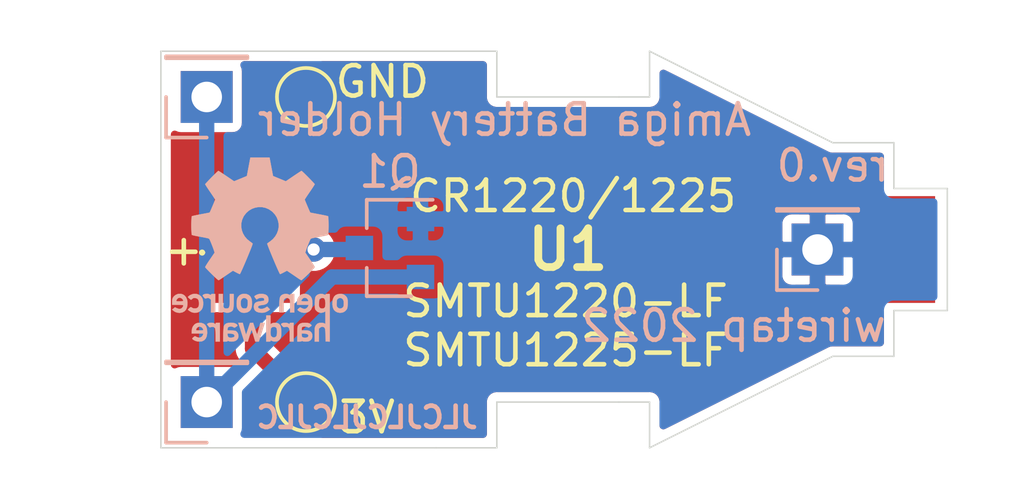
<source format=kicad_pcb>
(kicad_pcb (version 20171130) (host pcbnew "(5.1.6)-1")

  (general
    (thickness 1.6)
    (drawings 29)
    (tracks 10)
    (zones 0)
    (modules 8)
    (nets 4)
  )

  (page A4)
  (layers
    (0 F.Cu signal)
    (31 B.Cu signal)
    (32 B.Adhes user)
    (33 F.Adhes user)
    (34 B.Paste user)
    (35 F.Paste user)
    (36 B.SilkS user)
    (37 F.SilkS user)
    (38 B.Mask user)
    (39 F.Mask user)
    (40 Dwgs.User user)
    (41 Cmts.User user)
    (42 Eco1.User user)
    (43 Eco2.User user)
    (44 Edge.Cuts user)
    (45 Margin user)
    (46 B.CrtYd user)
    (47 F.CrtYd user)
    (48 B.Fab user)
    (49 F.Fab user)
  )

  (setup
    (last_trace_width 0.25)
    (user_trace_width 0.5)
    (trace_clearance 0.2)
    (zone_clearance 0.508)
    (zone_45_only no)
    (trace_min 0.2)
    (via_size 0.8)
    (via_drill 0.4)
    (via_min_size 0.4)
    (via_min_drill 0.3)
    (uvia_size 0.3)
    (uvia_drill 0.1)
    (uvias_allowed no)
    (uvia_min_size 0.2)
    (uvia_min_drill 0.1)
    (edge_width 0.05)
    (segment_width 0.2)
    (pcb_text_width 0.3)
    (pcb_text_size 1.5 1.5)
    (mod_edge_width 0.12)
    (mod_text_size 1 1)
    (mod_text_width 0.15)
    (pad_size 1.524 1.524)
    (pad_drill 0.762)
    (pad_to_mask_clearance 0.05)
    (aux_axis_origin 0 0)
    (visible_elements 7FFFFFFF)
    (pcbplotparams
      (layerselection 0x010fc_ffffffff)
      (usegerberextensions false)
      (usegerberattributes true)
      (usegerberadvancedattributes true)
      (creategerberjobfile true)
      (excludeedgelayer true)
      (linewidth 0.100000)
      (plotframeref false)
      (viasonmask false)
      (mode 1)
      (useauxorigin false)
      (hpglpennumber 1)
      (hpglpenspeed 20)
      (hpglpendiameter 15.000000)
      (psnegative false)
      (psa4output false)
      (plotreference true)
      (plotvalue true)
      (plotinvisibletext false)
      (padsonsilk false)
      (subtractmaskfromsilk false)
      (outputformat 1)
      (mirror false)
      (drillshape 0)
      (scaleselection 1)
      (outputdirectory "//192.168.1.100/Personal/Charlie/~Retro/~PCB's and Kits/Amiga CR1220 Battery/Amiga-CR1220/gerbers/"))
  )

  (net 0 "")
  (net 1 "Net-(J1-Pad1)")
  (net 2 GND)
  (net 3 +3V0)

  (net_class Default "This is the default net class."
    (clearance 0.2)
    (trace_width 0.25)
    (via_dia 0.8)
    (via_drill 0.4)
    (uvia_dia 0.3)
    (uvia_drill 0.1)
    (add_net +3V0)
    (add_net GND)
    (add_net "Net-(J1-Pad1)")
  )

  (module Symbol:OSHW-Logo_5.7x6mm_SilkScreen (layer B.Cu) (tedit 0) (tstamp 632B88E0)
    (at 150.25 117 180)
    (descr "Open Source Hardware Logo")
    (tags "Logo OSHW")
    (attr virtual)
    (fp_text reference REF** (at 0 0) (layer B.SilkS) hide
      (effects (font (size 1 1) (thickness 0.15)) (justify mirror))
    )
    (fp_text value OSHW-Logo_5.7x6mm_SilkScreen (at 0.75 0) (layer B.Fab) hide
      (effects (font (size 1 1) (thickness 0.15)) (justify mirror))
    )
    (fp_poly (pts (xy -1.908759 -1.469184) (xy -1.882247 -1.482282) (xy -1.849553 -1.505106) (xy -1.825725 -1.529996)
      (xy -1.809406 -1.561249) (xy -1.79924 -1.603166) (xy -1.793872 -1.660044) (xy -1.791944 -1.736184)
      (xy -1.791831 -1.768917) (xy -1.792161 -1.840656) (xy -1.793527 -1.891927) (xy -1.7965 -1.927404)
      (xy -1.801649 -1.951763) (xy -1.809543 -1.96968) (xy -1.817757 -1.981902) (xy -1.870187 -2.033905)
      (xy -1.93193 -2.065184) (xy -1.998536 -2.074592) (xy -2.065558 -2.06098) (xy -2.086792 -2.051354)
      (xy -2.137624 -2.024859) (xy -2.137624 -2.440052) (xy -2.100525 -2.420868) (xy -2.051643 -2.406025)
      (xy -1.991561 -2.402222) (xy -1.931564 -2.409243) (xy -1.886256 -2.425013) (xy -1.848675 -2.455047)
      (xy -1.816564 -2.498024) (xy -1.81415 -2.502436) (xy -1.803967 -2.523221) (xy -1.79653 -2.54417)
      (xy -1.791411 -2.569548) (xy -1.788181 -2.603618) (xy -1.786413 -2.650641) (xy -1.785677 -2.714882)
      (xy -1.785544 -2.787176) (xy -1.785544 -3.017822) (xy -1.923861 -3.017822) (xy -1.923861 -2.592533)
      (xy -1.962549 -2.559979) (xy -2.002738 -2.53394) (xy -2.040797 -2.529205) (xy -2.079066 -2.541389)
      (xy -2.099462 -2.55332) (xy -2.114642 -2.570313) (xy -2.125438 -2.595995) (xy -2.132683 -2.633991)
      (xy -2.137208 -2.687926) (xy -2.139844 -2.761425) (xy -2.140772 -2.810347) (xy -2.143911 -3.011535)
      (xy -2.209926 -3.015336) (xy -2.27594 -3.019136) (xy -2.27594 -1.77065) (xy -2.137624 -1.77065)
      (xy -2.134097 -1.840254) (xy -2.122215 -1.888569) (xy -2.10002 -1.918631) (xy -2.065559 -1.933471)
      (xy -2.030742 -1.936436) (xy -1.991329 -1.933028) (xy -1.965171 -1.919617) (xy -1.948814 -1.901896)
      (xy -1.935937 -1.882835) (xy -1.928272 -1.861601) (xy -1.924861 -1.831849) (xy -1.924749 -1.787236)
      (xy -1.925897 -1.74988) (xy -1.928532 -1.693604) (xy -1.932456 -1.656658) (xy -1.939063 -1.633223)
      (xy -1.949749 -1.61748) (xy -1.959833 -1.60838) (xy -2.00197 -1.588537) (xy -2.05184 -1.585332)
      (xy -2.080476 -1.592168) (xy -2.108828 -1.616464) (xy -2.127609 -1.663728) (xy -2.136712 -1.733624)
      (xy -2.137624 -1.77065) (xy -2.27594 -1.77065) (xy -2.27594 -1.458614) (xy -2.206782 -1.458614)
      (xy -2.16526 -1.460256) (xy -2.143838 -1.466087) (xy -2.137626 -1.477461) (xy -2.137624 -1.477798)
      (xy -2.134742 -1.488938) (xy -2.12203 -1.487673) (xy -2.096757 -1.475433) (xy -2.037869 -1.456707)
      (xy -1.971615 -1.454739) (xy -1.908759 -1.469184)) (layer B.SilkS) (width 0.01))
    (fp_poly (pts (xy -1.38421 -2.406555) (xy -1.325055 -2.422339) (xy -1.280023 -2.450948) (xy -1.248246 -2.488419)
      (xy -1.238366 -2.504411) (xy -1.231073 -2.521163) (xy -1.225974 -2.542592) (xy -1.222679 -2.572616)
      (xy -1.220797 -2.615154) (xy -1.219937 -2.674122) (xy -1.219707 -2.75344) (xy -1.219703 -2.774484)
      (xy -1.219703 -3.017822) (xy -1.280059 -3.017822) (xy -1.318557 -3.015126) (xy -1.347023 -3.008295)
      (xy -1.354155 -3.004083) (xy -1.373652 -2.996813) (xy -1.393566 -3.004083) (xy -1.426353 -3.01316)
      (xy -1.473978 -3.016813) (xy -1.526764 -3.015228) (xy -1.575036 -3.008589) (xy -1.603218 -3.000072)
      (xy -1.657753 -2.965063) (xy -1.691835 -2.916479) (xy -1.707157 -2.851882) (xy -1.707299 -2.850223)
      (xy -1.705955 -2.821566) (xy -1.584356 -2.821566) (xy -1.573726 -2.854161) (xy -1.55641 -2.872505)
      (xy -1.521652 -2.886379) (xy -1.475773 -2.891917) (xy -1.428988 -2.889191) (xy -1.391514 -2.878274)
      (xy -1.381015 -2.871269) (xy -1.362668 -2.838904) (xy -1.35802 -2.802111) (xy -1.35802 -2.753763)
      (xy -1.427582 -2.753763) (xy -1.493667 -2.75885) (xy -1.543764 -2.773263) (xy -1.574929 -2.795729)
      (xy -1.584356 -2.821566) (xy -1.705955 -2.821566) (xy -1.703987 -2.779647) (xy -1.68071 -2.723845)
      (xy -1.636948 -2.681647) (xy -1.630899 -2.677808) (xy -1.604907 -2.665309) (xy -1.572735 -2.65774)
      (xy -1.52776 -2.654061) (xy -1.474331 -2.653216) (xy -1.35802 -2.653169) (xy -1.35802 -2.604411)
      (xy -1.362953 -2.566581) (xy -1.375543 -2.541236) (xy -1.377017 -2.539887) (xy -1.405034 -2.5288)
      (xy -1.447326 -2.524503) (xy -1.494064 -2.526615) (xy -1.535418 -2.534756) (xy -1.559957 -2.546965)
      (xy -1.573253 -2.556746) (xy -1.587294 -2.558613) (xy -1.606671 -2.5506) (xy -1.635976 -2.530739)
      (xy -1.679803 -2.497063) (xy -1.683825 -2.493909) (xy -1.681764 -2.482236) (xy -1.664568 -2.462822)
      (xy -1.638433 -2.441248) (xy -1.609552 -2.423096) (xy -1.600478 -2.418809) (xy -1.56738 -2.410256)
      (xy -1.51888 -2.404155) (xy -1.464695 -2.401708) (xy -1.462161 -2.401703) (xy -1.38421 -2.406555)) (layer B.SilkS) (width 0.01))
    (fp_poly (pts (xy -0.993356 -2.40302) (xy -0.974539 -2.40866) (xy -0.968473 -2.421053) (xy -0.968218 -2.426647)
      (xy -0.967129 -2.44223) (xy -0.959632 -2.444676) (xy -0.939381 -2.433993) (xy -0.927351 -2.426694)
      (xy -0.8894 -2.411063) (xy -0.844072 -2.403334) (xy -0.796544 -2.40274) (xy -0.751995 -2.408513)
      (xy -0.715602 -2.419884) (xy -0.692543 -2.436088) (xy -0.687996 -2.456355) (xy -0.690291 -2.461843)
      (xy -0.70702 -2.484626) (xy -0.732963 -2.512647) (xy -0.737655 -2.517177) (xy -0.762383 -2.538005)
      (xy -0.783718 -2.544735) (xy -0.813555 -2.540038) (xy -0.825508 -2.536917) (xy -0.862705 -2.529421)
      (xy -0.888859 -2.532792) (xy -0.910946 -2.544681) (xy -0.931178 -2.560635) (xy -0.946079 -2.5807)
      (xy -0.956434 -2.608702) (xy -0.963029 -2.648467) (xy -0.966649 -2.703823) (xy -0.968078 -2.778594)
      (xy -0.968218 -2.82374) (xy -0.968218 -3.017822) (xy -1.09396 -3.017822) (xy -1.09396 -2.401683)
      (xy -1.031089 -2.401683) (xy -0.993356 -2.40302)) (layer B.SilkS) (width 0.01))
    (fp_poly (pts (xy -0.201188 -3.017822) (xy -0.270346 -3.017822) (xy -0.310488 -3.016645) (xy -0.331394 -3.011772)
      (xy -0.338922 -3.001186) (xy -0.339505 -2.994029) (xy -0.340774 -2.979676) (xy -0.348779 -2.976923)
      (xy -0.369815 -2.985771) (xy -0.386173 -2.994029) (xy -0.448977 -3.013597) (xy -0.517248 -3.014729)
      (xy -0.572752 -3.000135) (xy -0.624438 -2.964877) (xy -0.663838 -2.912835) (xy -0.685413 -2.85145)
      (xy -0.685962 -2.848018) (xy -0.689167 -2.810571) (xy -0.690761 -2.756813) (xy -0.690633 -2.716155)
      (xy -0.553279 -2.716155) (xy -0.550097 -2.770194) (xy -0.542859 -2.814735) (xy -0.53306 -2.839888)
      (xy -0.495989 -2.87426) (xy -0.451974 -2.886582) (xy -0.406584 -2.876618) (xy -0.367797 -2.846895)
      (xy -0.353108 -2.826905) (xy -0.344519 -2.80305) (xy -0.340496 -2.76823) (xy -0.339505 -2.71593)
      (xy -0.341278 -2.664139) (xy -0.345963 -2.618634) (xy -0.352603 -2.588181) (xy -0.35371 -2.585452)
      (xy -0.380491 -2.553) (xy -0.419579 -2.535183) (xy -0.463315 -2.532306) (xy -0.504038 -2.544674)
      (xy -0.534087 -2.572593) (xy -0.537204 -2.578148) (xy -0.546961 -2.612022) (xy -0.552277 -2.660728)
      (xy -0.553279 -2.716155) (xy -0.690633 -2.716155) (xy -0.690568 -2.69554) (xy -0.689664 -2.662563)
      (xy -0.683514 -2.580981) (xy -0.670733 -2.51973) (xy -0.649471 -2.474449) (xy -0.617878 -2.440779)
      (xy -0.587207 -2.421014) (xy -0.544354 -2.40712) (xy -0.491056 -2.402354) (xy -0.43648 -2.406236)
      (xy -0.389792 -2.418282) (xy -0.365124 -2.432693) (xy -0.339505 -2.455878) (xy -0.339505 -2.162773)
      (xy -0.201188 -2.162773) (xy -0.201188 -3.017822)) (layer B.SilkS) (width 0.01))
    (fp_poly (pts (xy 0.281524 -2.404237) (xy 0.331255 -2.407971) (xy 0.461291 -2.797773) (xy 0.481678 -2.728614)
      (xy 0.493946 -2.685874) (xy 0.510085 -2.628115) (xy 0.527512 -2.564625) (xy 0.536726 -2.53057)
      (xy 0.571388 -2.401683) (xy 0.714391 -2.401683) (xy 0.671646 -2.536857) (xy 0.650596 -2.603342)
      (xy 0.625167 -2.683539) (xy 0.59861 -2.767193) (xy 0.574902 -2.841782) (xy 0.520902 -3.011535)
      (xy 0.462598 -3.015328) (xy 0.404295 -3.019122) (xy 0.372679 -2.914734) (xy 0.353182 -2.849889)
      (xy 0.331904 -2.7784) (xy 0.313308 -2.715263) (xy 0.312574 -2.71275) (xy 0.298684 -2.669969)
      (xy 0.286429 -2.640779) (xy 0.277846 -2.629741) (xy 0.276082 -2.631018) (xy 0.269891 -2.64813)
      (xy 0.258128 -2.684787) (xy 0.242225 -2.736378) (xy 0.223614 -2.798294) (xy 0.213543 -2.832352)
      (xy 0.159007 -3.017822) (xy 0.043264 -3.017822) (xy -0.049263 -2.725471) (xy -0.075256 -2.643462)
      (xy -0.098934 -2.568987) (xy -0.11918 -2.505544) (xy -0.134874 -2.456632) (xy -0.144898 -2.425749)
      (xy -0.147945 -2.416726) (xy -0.145533 -2.407487) (xy -0.126592 -2.403441) (xy -0.087177 -2.403846)
      (xy -0.081007 -2.404152) (xy -0.007914 -2.407971) (xy 0.039957 -2.58401) (xy 0.057553 -2.648211)
      (xy 0.073277 -2.704649) (xy 0.085746 -2.748422) (xy 0.093574 -2.77463) (xy 0.09502 -2.778903)
      (xy 0.101014 -2.77399) (xy 0.113101 -2.748532) (xy 0.129893 -2.705997) (xy 0.150003 -2.64985)
      (xy 0.167003 -2.59913) (xy 0.231794 -2.400504) (xy 0.281524 -2.404237)) (layer B.SilkS) (width 0.01))
    (fp_poly (pts (xy 1.038411 -2.405417) (xy 1.091411 -2.41829) (xy 1.106731 -2.42511) (xy 1.136428 -2.442974)
      (xy 1.15922 -2.463093) (xy 1.176083 -2.488962) (xy 1.187998 -2.524073) (xy 1.195942 -2.57192)
      (xy 1.200894 -2.635996) (xy 1.203831 -2.719794) (xy 1.204947 -2.775768) (xy 1.209052 -3.017822)
      (xy 1.138932 -3.017822) (xy 1.096393 -3.016038) (xy 1.074476 -3.009942) (xy 1.068812 -2.999706)
      (xy 1.065821 -2.988637) (xy 1.052451 -2.990754) (xy 1.034233 -2.999629) (xy 0.988624 -3.013233)
      (xy 0.930007 -3.016899) (xy 0.868354 -3.010903) (xy 0.813638 -2.995521) (xy 0.80873 -2.993386)
      (xy 0.758723 -2.958255) (xy 0.725756 -2.909419) (xy 0.710587 -2.852333) (xy 0.711746 -2.831824)
      (xy 0.835508 -2.831824) (xy 0.846413 -2.859425) (xy 0.878745 -2.879204) (xy 0.93091 -2.889819)
      (xy 0.958787 -2.891228) (xy 1.005247 -2.88762) (xy 1.036129 -2.873597) (xy 1.043664 -2.866931)
      (xy 1.064076 -2.830666) (xy 1.068812 -2.797773) (xy 1.068812 -2.753763) (xy 1.007513 -2.753763)
      (xy 0.936256 -2.757395) (xy 0.886276 -2.768818) (xy 0.854696 -2.788824) (xy 0.847626 -2.797743)
      (xy 0.835508 -2.831824) (xy 0.711746 -2.831824) (xy 0.713971 -2.792456) (xy 0.736663 -2.735244)
      (xy 0.767624 -2.69658) (xy 0.786376 -2.679864) (xy 0.804733 -2.668878) (xy 0.828619 -2.66218)
      (xy 0.863957 -2.658326) (xy 0.916669 -2.655873) (xy 0.937577 -2.655168) (xy 1.068812 -2.650879)
      (xy 1.06862 -2.611158) (xy 1.063537 -2.569405) (xy 1.045162 -2.544158) (xy 1.008039 -2.52803)
      (xy 1.007043 -2.527742) (xy 0.95441 -2.5214) (xy 0.902906 -2.529684) (xy 0.86463 -2.549827)
      (xy 0.849272 -2.559773) (xy 0.83273 -2.558397) (xy 0.807275 -2.543987) (xy 0.792328 -2.533817)
      (xy 0.763091 -2.512088) (xy 0.74498 -2.4958) (xy 0.742074 -2.491137) (xy 0.75404 -2.467005)
      (xy 0.789396 -2.438185) (xy 0.804753 -2.428461) (xy 0.848901 -2.411714) (xy 0.908398 -2.402227)
      (xy 0.974487 -2.400095) (xy 1.038411 -2.405417)) (layer B.SilkS) (width 0.01))
    (fp_poly (pts (xy 1.635255 -2.401486) (xy 1.683595 -2.411015) (xy 1.711114 -2.425125) (xy 1.740064 -2.448568)
      (xy 1.698876 -2.500571) (xy 1.673482 -2.532064) (xy 1.656238 -2.547428) (xy 1.639102 -2.549776)
      (xy 1.614027 -2.542217) (xy 1.602257 -2.537941) (xy 1.55427 -2.531631) (xy 1.510324 -2.545156)
      (xy 1.47806 -2.57571) (xy 1.472819 -2.585452) (xy 1.467112 -2.611258) (xy 1.462706 -2.658817)
      (xy 1.459811 -2.724758) (xy 1.458631 -2.80571) (xy 1.458614 -2.817226) (xy 1.458614 -3.017822)
      (xy 1.320297 -3.017822) (xy 1.320297 -2.401683) (xy 1.389456 -2.401683) (xy 1.429333 -2.402725)
      (xy 1.450107 -2.407358) (xy 1.457789 -2.417849) (xy 1.458614 -2.427745) (xy 1.458614 -2.453806)
      (xy 1.491745 -2.427745) (xy 1.529735 -2.409965) (xy 1.58077 -2.401174) (xy 1.635255 -2.401486)) (layer B.SilkS) (width 0.01))
    (fp_poly (pts (xy 2.032581 -2.40497) (xy 2.092685 -2.420597) (xy 2.143021 -2.452848) (xy 2.167393 -2.47694)
      (xy 2.207345 -2.533895) (xy 2.230242 -2.599965) (xy 2.238108 -2.681182) (xy 2.238148 -2.687748)
      (xy 2.238218 -2.753763) (xy 1.858264 -2.753763) (xy 1.866363 -2.788342) (xy 1.880987 -2.819659)
      (xy 1.906581 -2.852291) (xy 1.911935 -2.8575) (xy 1.957943 -2.885694) (xy 2.01041 -2.890475)
      (xy 2.070803 -2.871926) (xy 2.08104 -2.866931) (xy 2.112439 -2.851745) (xy 2.13347 -2.843094)
      (xy 2.137139 -2.842293) (xy 2.149948 -2.850063) (xy 2.174378 -2.869072) (xy 2.186779 -2.87946)
      (xy 2.212476 -2.903321) (xy 2.220915 -2.919077) (xy 2.215058 -2.933571) (xy 2.211928 -2.937534)
      (xy 2.190725 -2.954879) (xy 2.155738 -2.975959) (xy 2.131337 -2.988265) (xy 2.062072 -3.009946)
      (xy 1.985388 -3.016971) (xy 1.912765 -3.008647) (xy 1.892426 -3.002686) (xy 1.829476 -2.968952)
      (xy 1.782815 -2.917045) (xy 1.752173 -2.846459) (xy 1.737282 -2.756692) (xy 1.735647 -2.709753)
      (xy 1.740421 -2.641413) (xy 1.86099 -2.641413) (xy 1.872652 -2.646465) (xy 1.903998 -2.650429)
      (xy 1.949571 -2.652768) (xy 1.980446 -2.653169) (xy 2.035981 -2.652783) (xy 2.071033 -2.650975)
      (xy 2.090262 -2.646773) (xy 2.09833 -2.639203) (xy 2.099901 -2.628218) (xy 2.089121 -2.594381)
      (xy 2.06198 -2.56094) (xy 2.026277 -2.535272) (xy 1.99056 -2.524772) (xy 1.942048 -2.534086)
      (xy 1.900053 -2.561013) (xy 1.870936 -2.599827) (xy 1.86099 -2.641413) (xy 1.740421 -2.641413)
      (xy 1.742599 -2.610236) (xy 1.764055 -2.530949) (xy 1.80047 -2.471263) (xy 1.852297 -2.430549)
      (xy 1.91999 -2.408179) (xy 1.956662 -2.403871) (xy 2.032581 -2.40497)) (layer B.SilkS) (width 0.01))
    (fp_poly (pts (xy -2.538261 -1.465148) (xy -2.472479 -1.494231) (xy -2.42254 -1.542793) (xy -2.388374 -1.610908)
      (xy -2.369907 -1.698651) (xy -2.368583 -1.712351) (xy -2.367546 -1.808939) (xy -2.380993 -1.893602)
      (xy -2.408108 -1.962221) (xy -2.422627 -1.984294) (xy -2.473201 -2.031011) (xy -2.537609 -2.061268)
      (xy -2.609666 -2.073824) (xy -2.683185 -2.067439) (xy -2.739072 -2.047772) (xy -2.787132 -2.014629)
      (xy -2.826412 -1.971175) (xy -2.827092 -1.970158) (xy -2.843044 -1.943338) (xy -2.85341 -1.916368)
      (xy -2.859688 -1.882332) (xy -2.863373 -1.83431) (xy -2.864997 -1.794931) (xy -2.865672 -1.759219)
      (xy -2.739955 -1.759219) (xy -2.738726 -1.79477) (xy -2.734266 -1.842094) (xy -2.726397 -1.872465)
      (xy -2.712207 -1.894072) (xy -2.698917 -1.906694) (xy -2.651802 -1.933122) (xy -2.602505 -1.936653)
      (xy -2.556593 -1.917639) (xy -2.533638 -1.896331) (xy -2.517096 -1.874859) (xy -2.507421 -1.854313)
      (xy -2.503174 -1.827574) (xy -2.50292 -1.787523) (xy -2.504228 -1.750638) (xy -2.507043 -1.697947)
      (xy -2.511505 -1.663772) (xy -2.519548 -1.64148) (xy -2.533103 -1.624442) (xy -2.543845 -1.614703)
      (xy -2.588777 -1.589123) (xy -2.637249 -1.587847) (xy -2.677894 -1.602999) (xy -2.712567 -1.634642)
      (xy -2.733224 -1.68662) (xy -2.739955 -1.759219) (xy -2.865672 -1.759219) (xy -2.866479 -1.716621)
      (xy -2.863948 -1.658056) (xy -2.856362 -1.614007) (xy -2.842681 -1.579248) (xy -2.821865 -1.548551)
      (xy -2.814147 -1.539436) (xy -2.765889 -1.494021) (xy -2.714128 -1.467493) (xy -2.650828 -1.456379)
      (xy -2.619961 -1.455471) (xy -2.538261 -1.465148)) (layer B.SilkS) (width 0.01))
    (fp_poly (pts (xy -1.356699 -1.472614) (xy -1.344168 -1.478514) (xy -1.300799 -1.510283) (xy -1.25979 -1.556646)
      (xy -1.229168 -1.607696) (xy -1.220459 -1.631166) (xy -1.212512 -1.673091) (xy -1.207774 -1.723757)
      (xy -1.207199 -1.744679) (xy -1.207129 -1.810693) (xy -1.587083 -1.810693) (xy -1.578983 -1.845273)
      (xy -1.559104 -1.88617) (xy -1.524347 -1.921514) (xy -1.482998 -1.944282) (xy -1.456649 -1.94901)
      (xy -1.420916 -1.943273) (xy -1.378282 -1.928882) (xy -1.363799 -1.922262) (xy -1.31024 -1.895513)
      (xy -1.264533 -1.930376) (xy -1.238158 -1.953955) (xy -1.224124 -1.973417) (xy -1.223414 -1.979129)
      (xy -1.235951 -1.992973) (xy -1.263428 -2.014012) (xy -1.288366 -2.030425) (xy -1.355664 -2.05993)
      (xy -1.43111 -2.073284) (xy -1.505888 -2.069812) (xy -1.565495 -2.051663) (xy -1.626941 -2.012784)
      (xy -1.670608 -1.961595) (xy -1.697926 -1.895367) (xy -1.710322 -1.811371) (xy -1.711421 -1.772936)
      (xy -1.707022 -1.684861) (xy -1.706482 -1.682299) (xy -1.580582 -1.682299) (xy -1.577115 -1.690558)
      (xy -1.562863 -1.695113) (xy -1.53347 -1.697065) (xy -1.484575 -1.697517) (xy -1.465748 -1.697525)
      (xy -1.408467 -1.696843) (xy -1.372141 -1.694364) (xy -1.352604 -1.689443) (xy -1.34569 -1.681434)
      (xy -1.345445 -1.678862) (xy -1.353336 -1.658423) (xy -1.373085 -1.629789) (xy -1.381575 -1.619763)
      (xy -1.413094 -1.591408) (xy -1.445949 -1.580259) (xy -1.463651 -1.579327) (xy -1.511539 -1.590981)
      (xy -1.551699 -1.622285) (xy -1.577173 -1.667752) (xy -1.577625 -1.669233) (xy -1.580582 -1.682299)
      (xy -1.706482 -1.682299) (xy -1.692392 -1.61551) (xy -1.666038 -1.560025) (xy -1.633807 -1.520639)
      (xy -1.574217 -1.477931) (xy -1.504168 -1.455109) (xy -1.429661 -1.453046) (xy -1.356699 -1.472614)) (layer B.SilkS) (width 0.01))
    (fp_poly (pts (xy 0.014017 -1.456452) (xy 0.061634 -1.465482) (xy 0.111034 -1.48437) (xy 0.116312 -1.486777)
      (xy 0.153774 -1.506476) (xy 0.179717 -1.524781) (xy 0.188103 -1.536508) (xy 0.180117 -1.555632)
      (xy 0.16072 -1.58385) (xy 0.15211 -1.594384) (xy 0.116628 -1.635847) (xy 0.070885 -1.608858)
      (xy 0.02735 -1.590878) (xy -0.02295 -1.581267) (xy -0.071188 -1.58066) (xy -0.108533 -1.589691)
      (xy -0.117495 -1.595327) (xy -0.134563 -1.621171) (xy -0.136637 -1.650941) (xy -0.123866 -1.674197)
      (xy -0.116312 -1.678708) (xy -0.093675 -1.684309) (xy -0.053885 -1.690892) (xy -0.004834 -1.697183)
      (xy 0.004215 -1.69817) (xy 0.082996 -1.711798) (xy 0.140136 -1.734946) (xy 0.17803 -1.769752)
      (xy 0.199079 -1.818354) (xy 0.205635 -1.877718) (xy 0.196577 -1.945198) (xy 0.167164 -1.998188)
      (xy 0.117278 -2.036783) (xy 0.0468 -2.061081) (xy -0.031435 -2.070667) (xy -0.095234 -2.070552)
      (xy -0.146984 -2.061845) (xy -0.182327 -2.049825) (xy -0.226983 -2.02888) (xy -0.268253 -2.004574)
      (xy -0.282921 -1.993876) (xy -0.320643 -1.963084) (xy -0.275148 -1.917049) (xy -0.229653 -1.871013)
      (xy -0.177928 -1.905243) (xy -0.126048 -1.930952) (xy -0.070649 -1.944399) (xy -0.017395 -1.945818)
      (xy 0.028049 -1.935443) (xy 0.060016 -1.913507) (xy 0.070338 -1.894998) (xy 0.068789 -1.865314)
      (xy 0.04314 -1.842615) (xy -0.00654 -1.82694) (xy -0.060969 -1.819695) (xy -0.144736 -1.805873)
      (xy -0.206967 -1.779796) (xy -0.248493 -1.740699) (xy -0.270147 -1.68782) (xy -0.273147 -1.625126)
      (xy -0.258329 -1.559642) (xy -0.224546 -1.510144) (xy -0.171495 -1.476408) (xy -0.098874 -1.458207)
      (xy -0.045072 -1.454639) (xy 0.014017 -1.456452)) (layer B.SilkS) (width 0.01))
    (fp_poly (pts (xy 0.610762 -1.466055) (xy 0.674363 -1.500692) (xy 0.724123 -1.555372) (xy 0.747568 -1.599842)
      (xy 0.757634 -1.639121) (xy 0.764156 -1.695116) (xy 0.766951 -1.759621) (xy 0.765836 -1.824429)
      (xy 0.760626 -1.881334) (xy 0.754541 -1.911727) (xy 0.734014 -1.953306) (xy 0.698463 -1.997468)
      (xy 0.655619 -2.036087) (xy 0.613211 -2.061034) (xy 0.612177 -2.06143) (xy 0.559553 -2.072331)
      (xy 0.497188 -2.072601) (xy 0.437924 -2.062676) (xy 0.41504 -2.054722) (xy 0.356102 -2.0213)
      (xy 0.31389 -1.977511) (xy 0.286156 -1.919538) (xy 0.270651 -1.843565) (xy 0.267143 -1.803771)
      (xy 0.26759 -1.753766) (xy 0.402376 -1.753766) (xy 0.406917 -1.826732) (xy 0.419986 -1.882334)
      (xy 0.440756 -1.917861) (xy 0.455552 -1.92802) (xy 0.493464 -1.935104) (xy 0.538527 -1.933007)
      (xy 0.577487 -1.922812) (xy 0.587704 -1.917204) (xy 0.614659 -1.884538) (xy 0.632451 -1.834545)
      (xy 0.640024 -1.773705) (xy 0.636325 -1.708497) (xy 0.628057 -1.669253) (xy 0.60432 -1.623805)
      (xy 0.566849 -1.595396) (xy 0.52172 -1.585573) (xy 0.475011 -1.595887) (xy 0.439132 -1.621112)
      (xy 0.420277 -1.641925) (xy 0.409272 -1.662439) (xy 0.404026 -1.690203) (xy 0.402449 -1.732762)
      (xy 0.402376 -1.753766) (xy 0.26759 -1.753766) (xy 0.268094 -1.69758) (xy 0.285388 -1.610501)
      (xy 0.319029 -1.54253) (xy 0.369018 -1.493664) (xy 0.435356 -1.463899) (xy 0.449601 -1.460448)
      (xy 0.53521 -1.452345) (xy 0.610762 -1.466055)) (layer B.SilkS) (width 0.01))
    (fp_poly (pts (xy 0.993367 -1.654342) (xy 0.994555 -1.746563) (xy 0.998897 -1.81661) (xy 1.007558 -1.867381)
      (xy 1.021704 -1.901772) (xy 1.0425 -1.922679) (xy 1.07111 -1.933) (xy 1.106535 -1.935636)
      (xy 1.143636 -1.932682) (xy 1.171818 -1.921889) (xy 1.192243 -1.90036) (xy 1.206079 -1.865199)
      (xy 1.214491 -1.81351) (xy 1.218643 -1.742394) (xy 1.219703 -1.654342) (xy 1.219703 -1.458614)
      (xy 1.35802 -1.458614) (xy 1.35802 -2.062179) (xy 1.288862 -2.062179) (xy 1.24717 -2.060489)
      (xy 1.225701 -2.054556) (xy 1.219703 -2.043293) (xy 1.216091 -2.033261) (xy 1.201714 -2.035383)
      (xy 1.172736 -2.04958) (xy 1.106319 -2.07148) (xy 1.035875 -2.069928) (xy 0.968377 -2.046147)
      (xy 0.936233 -2.027362) (xy 0.911715 -2.007022) (xy 0.893804 -1.981573) (xy 0.881479 -1.947458)
      (xy 0.873723 -1.901121) (xy 0.869516 -1.839007) (xy 0.86784 -1.757561) (xy 0.867624 -1.694578)
      (xy 0.867624 -1.458614) (xy 0.993367 -1.458614) (xy 0.993367 -1.654342)) (layer B.SilkS) (width 0.01))
    (fp_poly (pts (xy 2.217226 -1.46388) (xy 2.29008 -1.49483) (xy 2.313027 -1.509895) (xy 2.342354 -1.533048)
      (xy 2.360764 -1.551253) (xy 2.363961 -1.557183) (xy 2.354935 -1.57034) (xy 2.331837 -1.592667)
      (xy 2.313344 -1.60825) (xy 2.262728 -1.648926) (xy 2.22276 -1.615295) (xy 2.191874 -1.593584)
      (xy 2.161759 -1.58609) (xy 2.127292 -1.58792) (xy 2.072561 -1.601528) (xy 2.034886 -1.629772)
      (xy 2.011991 -1.675433) (xy 2.001597 -1.741289) (xy 2.001595 -1.741331) (xy 2.002494 -1.814939)
      (xy 2.016463 -1.868946) (xy 2.044328 -1.905716) (xy 2.063325 -1.918168) (xy 2.113776 -1.933673)
      (xy 2.167663 -1.933683) (xy 2.214546 -1.918638) (xy 2.225644 -1.911287) (xy 2.253476 -1.892511)
      (xy 2.275236 -1.889434) (xy 2.298704 -1.903409) (xy 2.324649 -1.92851) (xy 2.365716 -1.97088)
      (xy 2.320121 -2.008464) (xy 2.249674 -2.050882) (xy 2.170233 -2.071785) (xy 2.087215 -2.070272)
      (xy 2.032694 -2.056411) (xy 1.96897 -2.022135) (xy 1.918005 -1.968212) (xy 1.894851 -1.930149)
      (xy 1.876099 -1.875536) (xy 1.866715 -1.806369) (xy 1.866643 -1.731407) (xy 1.875824 -1.659409)
      (xy 1.894199 -1.599137) (xy 1.897093 -1.592958) (xy 1.939952 -1.532351) (xy 1.997979 -1.488224)
      (xy 2.066591 -1.461493) (xy 2.141201 -1.453073) (xy 2.217226 -1.46388)) (layer B.SilkS) (width 0.01))
    (fp_poly (pts (xy 2.677898 -1.456457) (xy 2.710096 -1.464279) (xy 2.771825 -1.492921) (xy 2.82461 -1.536667)
      (xy 2.861141 -1.589117) (xy 2.86616 -1.600893) (xy 2.873045 -1.63174) (xy 2.877864 -1.677371)
      (xy 2.879505 -1.723492) (xy 2.879505 -1.810693) (xy 2.697178 -1.810693) (xy 2.621979 -1.810978)
      (xy 2.569003 -1.812704) (xy 2.535325 -1.817181) (xy 2.51802 -1.82572) (xy 2.514163 -1.83963)
      (xy 2.520829 -1.860222) (xy 2.53277 -1.884315) (xy 2.56608 -1.924525) (xy 2.612368 -1.944558)
      (xy 2.668944 -1.943905) (xy 2.733031 -1.922101) (xy 2.788417 -1.895193) (xy 2.834375 -1.931532)
      (xy 2.880333 -1.967872) (xy 2.837096 -2.007819) (xy 2.779374 -2.045563) (xy 2.708386 -2.06832)
      (xy 2.632029 -2.074688) (xy 2.558199 -2.063268) (xy 2.546287 -2.059393) (xy 2.481399 -2.025506)
      (xy 2.43313 -1.974986) (xy 2.400465 -1.906325) (xy 2.382385 -1.818014) (xy 2.382175 -1.816121)
      (xy 2.380556 -1.719878) (xy 2.3871 -1.685542) (xy 2.514852 -1.685542) (xy 2.526584 -1.690822)
      (xy 2.558438 -1.694867) (xy 2.605397 -1.697176) (xy 2.635154 -1.697525) (xy 2.690648 -1.697306)
      (xy 2.725346 -1.695916) (xy 2.743601 -1.692251) (xy 2.749766 -1.68521) (xy 2.748195 -1.67369)
      (xy 2.746878 -1.669233) (xy 2.724382 -1.627355) (xy 2.689003 -1.593604) (xy 2.65778 -1.578773)
      (xy 2.616301 -1.579668) (xy 2.574269 -1.598164) (xy 2.539012 -1.628786) (xy 2.517854 -1.666062)
      (xy 2.514852 -1.685542) (xy 2.3871 -1.685542) (xy 2.39669 -1.635229) (xy 2.428698 -1.564191)
      (xy 2.474701 -1.508779) (xy 2.532821 -1.471009) (xy 2.60118 -1.452896) (xy 2.677898 -1.456457)) (layer B.SilkS) (width 0.01))
    (fp_poly (pts (xy -0.754012 -1.469002) (xy -0.722717 -1.48395) (xy -0.692409 -1.505541) (xy -0.669318 -1.530391)
      (xy -0.6525 -1.562087) (xy -0.641006 -1.604214) (xy -0.633891 -1.660358) (xy -0.630207 -1.734106)
      (xy -0.629008 -1.829044) (xy -0.628989 -1.838985) (xy -0.628713 -2.062179) (xy -0.76703 -2.062179)
      (xy -0.76703 -1.856418) (xy -0.767128 -1.780189) (xy -0.767809 -1.724939) (xy -0.769651 -1.686501)
      (xy -0.773233 -1.660706) (xy -0.779132 -1.643384) (xy -0.787927 -1.630368) (xy -0.80018 -1.617507)
      (xy -0.843047 -1.589873) (xy -0.889843 -1.584745) (xy -0.934424 -1.602217) (xy -0.949928 -1.615221)
      (xy -0.96131 -1.627447) (xy -0.969481 -1.64054) (xy -0.974974 -1.658615) (xy -0.97832 -1.685787)
      (xy -0.980051 -1.72617) (xy -0.980697 -1.783879) (xy -0.980792 -1.854132) (xy -0.980792 -2.062179)
      (xy -1.119109 -2.062179) (xy -1.119109 -1.458614) (xy -1.04995 -1.458614) (xy -1.008428 -1.460256)
      (xy -0.987006 -1.466087) (xy -0.980795 -1.477461) (xy -0.980792 -1.477798) (xy -0.97791 -1.488938)
      (xy -0.965199 -1.487674) (xy -0.939926 -1.475434) (xy -0.882605 -1.457424) (xy -0.817037 -1.455421)
      (xy -0.754012 -1.469002)) (layer B.SilkS) (width 0.01))
    (fp_poly (pts (xy 1.79946 -1.45803) (xy 1.842711 -1.471245) (xy 1.870558 -1.487941) (xy 1.879629 -1.501145)
      (xy 1.877132 -1.516797) (xy 1.860931 -1.541385) (xy 1.847232 -1.5588) (xy 1.818992 -1.590283)
      (xy 1.797775 -1.603529) (xy 1.779688 -1.602664) (xy 1.726035 -1.58901) (xy 1.68663 -1.58963)
      (xy 1.654632 -1.605104) (xy 1.64389 -1.614161) (xy 1.609505 -1.646027) (xy 1.609505 -2.062179)
      (xy 1.471188 -2.062179) (xy 1.471188 -1.458614) (xy 1.540347 -1.458614) (xy 1.581869 -1.460256)
      (xy 1.603291 -1.466087) (xy 1.609502 -1.477461) (xy 1.609505 -1.477798) (xy 1.612439 -1.489713)
      (xy 1.625704 -1.488159) (xy 1.644084 -1.479563) (xy 1.682046 -1.463568) (xy 1.712872 -1.453945)
      (xy 1.752536 -1.451478) (xy 1.79946 -1.45803)) (layer B.SilkS) (width 0.01))
    (fp_poly (pts (xy 0.376964 2.709982) (xy 0.433812 2.40843) (xy 0.853338 2.235488) (xy 1.104984 2.406605)
      (xy 1.175458 2.45425) (xy 1.239163 2.49679) (xy 1.293126 2.532285) (xy 1.334373 2.55879)
      (xy 1.359934 2.574364) (xy 1.366895 2.577722) (xy 1.379435 2.569086) (xy 1.406231 2.545208)
      (xy 1.44428 2.509141) (xy 1.490579 2.463933) (xy 1.542123 2.412636) (xy 1.595909 2.358299)
      (xy 1.648935 2.303972) (xy 1.698195 2.252705) (xy 1.740687 2.207549) (xy 1.773407 2.171554)
      (xy 1.793351 2.14777) (xy 1.798119 2.13981) (xy 1.791257 2.125135) (xy 1.77202 2.092986)
      (xy 1.74243 2.046508) (xy 1.70451 1.988844) (xy 1.660282 1.92314) (xy 1.634654 1.885664)
      (xy 1.587941 1.817232) (xy 1.546432 1.75548) (xy 1.51214 1.703481) (xy 1.48708 1.664308)
      (xy 1.473264 1.641035) (xy 1.471188 1.636145) (xy 1.475895 1.622245) (xy 1.488723 1.58985)
      (xy 1.507738 1.543515) (xy 1.531003 1.487794) (xy 1.556584 1.427242) (xy 1.582545 1.366414)
      (xy 1.60695 1.309864) (xy 1.627863 1.262148) (xy 1.643349 1.227819) (xy 1.651472 1.211432)
      (xy 1.651952 1.210788) (xy 1.664707 1.207659) (xy 1.698677 1.200679) (xy 1.75034 1.190533)
      (xy 1.816176 1.177908) (xy 1.892664 1.163491) (xy 1.93729 1.155177) (xy 2.019021 1.139616)
      (xy 2.092843 1.124808) (xy 2.155021 1.111564) (xy 2.201822 1.100695) (xy 2.229509 1.093011)
      (xy 2.235074 1.090573) (xy 2.240526 1.07407) (xy 2.244924 1.0368) (xy 2.248272 0.98312)
      (xy 2.250574 0.917388) (xy 2.251832 0.843963) (xy 2.252048 0.767204) (xy 2.251227 0.691468)
      (xy 2.249371 0.621114) (xy 2.246482 0.5605) (xy 2.242565 0.513984) (xy 2.237622 0.485925)
      (xy 2.234657 0.480084) (xy 2.216934 0.473083) (xy 2.179381 0.463073) (xy 2.126964 0.451231)
      (xy 2.064652 0.438733) (xy 2.0429 0.43469) (xy 1.938024 0.41548) (xy 1.85518 0.400009)
      (xy 1.79163 0.387663) (xy 1.744637 0.377827) (xy 1.711463 0.369886) (xy 1.689371 0.363224)
      (xy 1.675624 0.357227) (xy 1.667484 0.351281) (xy 1.666345 0.350106) (xy 1.654977 0.331174)
      (xy 1.637635 0.294331) (xy 1.61605 0.244087) (xy 1.591954 0.184954) (xy 1.567079 0.121444)
      (xy 1.543157 0.058068) (xy 1.521919 -0.000662) (xy 1.505097 -0.050235) (xy 1.494422 -0.086139)
      (xy 1.491627 -0.103862) (xy 1.49186 -0.104483) (xy 1.501331 -0.11897) (xy 1.522818 -0.150844)
      (xy 1.554063 -0.196789) (xy 1.592807 -0.253485) (xy 1.636793 -0.317617) (xy 1.649319 -0.335842)
      (xy 1.693984 -0.401914) (xy 1.733288 -0.4622) (xy 1.765088 -0.513235) (xy 1.787245 -0.55156)
      (xy 1.797617 -0.573711) (xy 1.798119 -0.576432) (xy 1.789405 -0.590736) (xy 1.765325 -0.619072)
      (xy 1.728976 -0.658396) (xy 1.683453 -0.705661) (xy 1.631852 -0.757823) (xy 1.577267 -0.811835)
      (xy 1.522794 -0.864653) (xy 1.471529 -0.913231) (xy 1.426567 -0.954523) (xy 1.391004 -0.985485)
      (xy 1.367935 -1.00307) (xy 1.361554 -1.005941) (xy 1.346699 -0.999178) (xy 1.316286 -0.980939)
      (xy 1.275268 -0.954297) (xy 1.243709 -0.932852) (xy 1.186525 -0.893503) (xy 1.118806 -0.847171)
      (xy 1.05088 -0.800913) (xy 1.014361 -0.776155) (xy 0.890752 -0.692547) (xy 0.786991 -0.74865)
      (xy 0.73972 -0.773228) (xy 0.699523 -0.792331) (xy 0.672326 -0.803227) (xy 0.665402 -0.804743)
      (xy 0.657077 -0.793549) (xy 0.640654 -0.761917) (xy 0.617357 -0.712765) (xy 0.588414 -0.64901)
      (xy 0.55505 -0.573571) (xy 0.518491 -0.489364) (xy 0.479964 -0.399308) (xy 0.440694 -0.306321)
      (xy 0.401908 -0.21332) (xy 0.36483 -0.123223) (xy 0.330689 -0.038948) (xy 0.300708 0.036587)
      (xy 0.276116 0.100466) (xy 0.258136 0.149769) (xy 0.247997 0.181579) (xy 0.246366 0.192504)
      (xy 0.259291 0.206439) (xy 0.287589 0.22906) (xy 0.325346 0.255667) (xy 0.328515 0.257772)
      (xy 0.4261 0.335886) (xy 0.504786 0.427018) (xy 0.563891 0.528255) (xy 0.602732 0.636682)
      (xy 0.620628 0.749386) (xy 0.616897 0.863452) (xy 0.590857 0.975966) (xy 0.541825 1.084015)
      (xy 0.5274 1.107655) (xy 0.452369 1.203113) (xy 0.36373 1.279768) (xy 0.264549 1.33722)
      (xy 0.157895 1.375071) (xy 0.046836 1.392922) (xy -0.065561 1.390375) (xy -0.176227 1.36703)
      (xy -0.282094 1.32249) (xy -0.380095 1.256355) (xy -0.41041 1.229513) (xy -0.487562 1.145488)
      (xy -0.543782 1.057034) (xy -0.582347 0.957885) (xy -0.603826 0.859697) (xy -0.609128 0.749303)
      (xy -0.591448 0.63836) (xy -0.552581 0.530619) (xy -0.494323 0.429831) (xy -0.418469 0.339744)
      (xy -0.326817 0.264108) (xy -0.314772 0.256136) (xy -0.276611 0.230026) (xy -0.247601 0.207405)
      (xy -0.233732 0.192961) (xy -0.233531 0.192504) (xy -0.236508 0.176879) (xy -0.248311 0.141418)
      (xy -0.267714 0.089038) (xy -0.293488 0.022655) (xy -0.324409 -0.054814) (xy -0.359249 -0.14045)
      (xy -0.396783 -0.231337) (xy -0.435783 -0.324559) (xy -0.475023 -0.417197) (xy -0.513276 -0.506335)
      (xy -0.549317 -0.589055) (xy -0.581917 -0.662441) (xy -0.609852 -0.723575) (xy -0.631895 -0.769541)
      (xy -0.646818 -0.797421) (xy -0.652828 -0.804743) (xy -0.671191 -0.799041) (xy -0.705552 -0.783749)
      (xy -0.749984 -0.761599) (xy -0.774417 -0.74865) (xy -0.878178 -0.692547) (xy -1.001787 -0.776155)
      (xy -1.064886 -0.818987) (xy -1.13397 -0.866122) (xy -1.198707 -0.910503) (xy -1.231134 -0.932852)
      (xy -1.276741 -0.963477) (xy -1.31536 -0.987747) (xy -1.341952 -1.002587) (xy -1.35059 -1.005724)
      (xy -1.363161 -0.997261) (xy -1.390984 -0.973636) (xy -1.431361 -0.937302) (xy -1.481595 -0.890711)
      (xy -1.538988 -0.836317) (xy -1.575286 -0.801392) (xy -1.63879 -0.738996) (xy -1.693673 -0.683188)
      (xy -1.737714 -0.636354) (xy -1.768695 -0.600882) (xy -1.784398 -0.579161) (xy -1.785905 -0.574752)
      (xy -1.778914 -0.557985) (xy -1.759594 -0.524082) (xy -1.730091 -0.476476) (xy -1.692545 -0.418599)
      (xy -1.6491 -0.353884) (xy -1.636745 -0.335842) (xy -1.591727 -0.270267) (xy -1.55134 -0.211228)
      (xy -1.51784 -0.162042) (xy -1.493486 -0.126028) (xy -1.480536 -0.106502) (xy -1.479285 -0.104483)
      (xy -1.481156 -0.088922) (xy -1.491087 -0.054709) (xy -1.507347 -0.006355) (xy -1.528205 0.051629)
      (xy -1.551927 0.11473) (xy -1.576784 0.178437) (xy -1.601042 0.238239) (xy -1.622971 0.289624)
      (xy -1.640838 0.328081) (xy -1.652913 0.349098) (xy -1.653771 0.350106) (xy -1.661154 0.356112)
      (xy -1.673625 0.362052) (xy -1.69392 0.36854) (xy -1.724778 0.376191) (xy -1.768934 0.38562)
      (xy -1.829126 0.397441) (xy -1.908093 0.412271) (xy -2.00857 0.430723) (xy -2.030325 0.43469)
      (xy -2.094802 0.447147) (xy -2.151011 0.459334) (xy -2.193987 0.470074) (xy -2.21876 0.478191)
      (xy -2.222082 0.480084) (xy -2.227556 0.496862) (xy -2.232006 0.534355) (xy -2.235428 0.588206)
      (xy -2.237819 0.654056) (xy -2.239177 0.727547) (xy -2.239499 0.80432) (xy -2.238781 0.880017)
      (xy -2.237021 0.95028) (xy -2.234216 1.01075) (xy -2.230362 1.05707) (xy -2.225457 1.084881)
      (xy -2.2225 1.090573) (xy -2.206037 1.096314) (xy -2.168551 1.105655) (xy -2.113775 1.117785)
      (xy -2.045445 1.131893) (xy -1.967294 1.14717) (xy -1.924716 1.155177) (xy -1.843929 1.170279)
      (xy -1.771887 1.18396) (xy -1.712111 1.195533) (xy -1.668121 1.204313) (xy -1.643439 1.209613)
      (xy -1.639377 1.210788) (xy -1.632511 1.224035) (xy -1.617998 1.255943) (xy -1.597771 1.301953)
      (xy -1.573766 1.357508) (xy -1.547918 1.418047) (xy -1.52216 1.479014) (xy -1.498427 1.535849)
      (xy -1.478654 1.583994) (xy -1.464776 1.61889) (xy -1.458726 1.635979) (xy -1.458614 1.636726)
      (xy -1.465472 1.650207) (xy -1.484698 1.68123) (xy -1.514272 1.726711) (xy -1.552173 1.783568)
      (xy -1.59638 1.848717) (xy -1.622079 1.886138) (xy -1.668907 1.954753) (xy -1.710499 2.017048)
      (xy -1.744825 2.069871) (xy -1.769857 2.110073) (xy -1.783565 2.1345) (xy -1.785544 2.139976)
      (xy -1.777034 2.152722) (xy -1.753507 2.179937) (xy -1.717968 2.218572) (xy -1.673423 2.265577)
      (xy -1.622877 2.317905) (xy -1.569336 2.372505) (xy -1.515805 2.42633) (xy -1.465289 2.47633)
      (xy -1.420794 2.519457) (xy -1.385325 2.552661) (xy -1.361887 2.572894) (xy -1.354046 2.577722)
      (xy -1.34128 2.570933) (xy -1.310744 2.551858) (xy -1.26541 2.522439) (xy -1.208244 2.484619)
      (xy -1.142216 2.440339) (xy -1.09241 2.406605) (xy -0.840764 2.235488) (xy -0.631001 2.321959)
      (xy -0.421237 2.40843) (xy -0.364389 2.709982) (xy -0.30754 3.011534) (xy 0.320115 3.011534)
      (xy 0.376964 2.709982)) (layer B.SilkS) (width 0.01))
  )

  (module SamacSys_Parts:SMTU1225LF (layer F.Cu) (tedit 632B2451) (tstamp 632B8426)
    (at 160.5 117)
    (descr SMTU1225-LF-2)
    (tags "Undefined or Miscellaneous")
    (path /632B0FAE)
    (attr smd)
    (fp_text reference U1 (at -0.175 0) (layer F.SilkS)
      (effects (font (size 1.27 1.27) (thickness 0.254)))
    )
    (fp_text value SMTU1220-LF (at -0.175 0) (layer F.SilkS) hide
      (effects (font (size 1.27 1.27) (thickness 0.254)))
    )
    (fp_line (start -12.2 0.1) (end -12.2 0.1) (layer F.SilkS) (width 0.1))
    (fp_line (start -12.1 0.1) (end -12.1 0.1) (layer F.SilkS) (width 0.1))
    (fp_line (start -13.2 7.35) (end -13.2 -7.35) (layer F.CrtYd) (width 0.1))
    (fp_line (start 12.85 7.35) (end -13.2 7.35) (layer F.CrtYd) (width 0.1))
    (fp_line (start 12.85 -7.35) (end 12.85 7.35) (layer F.CrtYd) (width 0.1))
    (fp_line (start -13.2 -7.35) (end 12.85 -7.35) (layer F.CrtYd) (width 0.1))
    (fp_line (start -10.15 6.35) (end -10.15 -6.35) (layer F.Fab) (width 0.2))
    (fp_line (start 10.15 6.35) (end -10.15 6.35) (layer F.Fab) (width 0.2))
    (fp_line (start 10.15 -6.35) (end 10.15 6.35) (layer F.Fab) (width 0.2))
    (fp_line (start -10.15 -6.35) (end 10.15 -6.35) (layer F.Fab) (width 0.2))
    (fp_text user %R (at -0.175 0) (layer F.Fab)
      (effects (font (size 1.27 1.27) (thickness 0.254)))
    )
    (fp_arc (start -12.15 0.1) (end -12.1 0.1) (angle 180) (layer F.SilkS) (width 0.1))
    (fp_arc (start -12.15 0.1) (end -12.2 0.1) (angle 180) (layer F.SilkS) (width 0.1))
    (pad 1 smd rect (at -10.55 0) (size 2.6 3.5) (layers F.Cu F.Paste F.Mask)
      (net 3 +3V0))
    (pad 2 smd rect (at 10.55 0) (size 2.6 3.5) (layers F.Cu F.Paste F.Mask)
      (net 2 GND))
    (model "C:/Users/wiretap/Downloads/Kicad Library Downloads/SamacSys_Parts.3dshapes/SMTU1220-5-LF.step"
      (at (xyz 0 0 0))
      (scale (xyz 1 1 1))
      (rotate (xyz 0 0 0))
    )
  )

  (module Connector_PinHeader_2.54mm:PinHeader_1x01_P2.54mm_Vertical (layer B.Cu) (tedit 59FED5CC) (tstamp 632B7057)
    (at 148.5 112)
    (descr "Through hole straight pin header, 1x01, 2.54mm pitch, single row")
    (tags "Through hole pin header THT 1x01 2.54mm single row")
    (path /632C056D)
    (fp_text reference J1 (at 0.25 2.33) (layer B.SilkS) hide
      (effects (font (size 1 1) (thickness 0.15)) (justify mirror))
    )
    (fp_text value Conn_01x01_Male (at 0 -2.33) (layer B.Fab)
      (effects (font (size 1 1) (thickness 0.15)) (justify mirror))
    )
    (fp_line (start 1.8 1.8) (end -1.8 1.8) (layer B.CrtYd) (width 0.05))
    (fp_line (start 1.8 -1.8) (end 1.8 1.8) (layer B.CrtYd) (width 0.05))
    (fp_line (start -1.8 -1.8) (end 1.8 -1.8) (layer B.CrtYd) (width 0.05))
    (fp_line (start -1.8 1.8) (end -1.8 -1.8) (layer B.CrtYd) (width 0.05))
    (fp_line (start -1.33 1.33) (end 0 1.33) (layer B.SilkS) (width 0.12))
    (fp_line (start -1.33 0) (end -1.33 1.33) (layer B.SilkS) (width 0.12))
    (fp_line (start -1.33 -1.27) (end 1.33 -1.27) (layer B.SilkS) (width 0.12))
    (fp_line (start 1.33 -1.27) (end 1.33 -1.33) (layer B.SilkS) (width 0.12))
    (fp_line (start -1.33 -1.27) (end -1.33 -1.33) (layer B.SilkS) (width 0.12))
    (fp_line (start -1.33 -1.33) (end 1.33 -1.33) (layer B.SilkS) (width 0.12))
    (fp_line (start -1.27 0.635) (end -0.635 1.27) (layer B.Fab) (width 0.1))
    (fp_line (start -1.27 -1.27) (end -1.27 0.635) (layer B.Fab) (width 0.1))
    (fp_line (start 1.27 -1.27) (end -1.27 -1.27) (layer B.Fab) (width 0.1))
    (fp_line (start 1.27 1.27) (end 1.27 -1.27) (layer B.Fab) (width 0.1))
    (fp_line (start -0.635 1.27) (end 1.27 1.27) (layer B.Fab) (width 0.1))
    (fp_text user %R (at 0 0 -90) (layer B.Fab)
      (effects (font (size 1 1) (thickness 0.15)) (justify mirror))
    )
    (pad 1 thru_hole rect (at 0 0) (size 1.7 1.7) (drill 1) (layers *.Cu *.Mask)
      (net 1 "Net-(J1-Pad1)"))
    (model ${KISYS3DMOD}/Connector_PinHeader_2.54mm.3dshapes/PinHeader_1x01_P2.54mm_Vertical.wrl
      (at (xyz 0 0 0))
      (scale (xyz 1 1 1))
      (rotate (xyz 0 0 0))
    )
  )

  (module Connector_PinHeader_2.54mm:PinHeader_1x01_P2.54mm_Vertical (layer B.Cu) (tedit 59FED5CC) (tstamp 632B706C)
    (at 168.5 117)
    (descr "Through hole straight pin header, 1x01, 2.54mm pitch, single row")
    (tags "Through hole pin header THT 1x01 2.54mm single row")
    (path /632C1B17)
    (fp_text reference J3 (at 0 2.33) (layer B.SilkS) hide
      (effects (font (size 1 1) (thickness 0.15)) (justify mirror))
    )
    (fp_text value Conn_01x01_Male (at 0 -2.33) (layer B.Fab)
      (effects (font (size 1 1) (thickness 0.15)) (justify mirror))
    )
    (fp_line (start -0.635 1.27) (end 1.27 1.27) (layer B.Fab) (width 0.1))
    (fp_line (start 1.27 1.27) (end 1.27 -1.27) (layer B.Fab) (width 0.1))
    (fp_line (start 1.27 -1.27) (end -1.27 -1.27) (layer B.Fab) (width 0.1))
    (fp_line (start -1.27 -1.27) (end -1.27 0.635) (layer B.Fab) (width 0.1))
    (fp_line (start -1.27 0.635) (end -0.635 1.27) (layer B.Fab) (width 0.1))
    (fp_line (start -1.33 -1.33) (end 1.33 -1.33) (layer B.SilkS) (width 0.12))
    (fp_line (start -1.33 -1.27) (end -1.33 -1.33) (layer B.SilkS) (width 0.12))
    (fp_line (start 1.33 -1.27) (end 1.33 -1.33) (layer B.SilkS) (width 0.12))
    (fp_line (start -1.33 -1.27) (end 1.33 -1.27) (layer B.SilkS) (width 0.12))
    (fp_line (start -1.33 0) (end -1.33 1.33) (layer B.SilkS) (width 0.12))
    (fp_line (start -1.33 1.33) (end 0 1.33) (layer B.SilkS) (width 0.12))
    (fp_line (start -1.8 1.8) (end -1.8 -1.8) (layer B.CrtYd) (width 0.05))
    (fp_line (start -1.8 -1.8) (end 1.8 -1.8) (layer B.CrtYd) (width 0.05))
    (fp_line (start 1.8 -1.8) (end 1.8 1.8) (layer B.CrtYd) (width 0.05))
    (fp_line (start 1.8 1.8) (end -1.8 1.8) (layer B.CrtYd) (width 0.05))
    (fp_text user %R (at -0.019001 -0.079999 -90) (layer B.Fab)
      (effects (font (size 1 1) (thickness 0.15)) (justify mirror))
    )
    (pad 1 thru_hole rect (at 0 0) (size 1.7 1.7) (drill 1) (layers *.Cu *.Mask)
      (net 2 GND))
    (model ${KISYS3DMOD}/Connector_PinHeader_2.54mm.3dshapes/PinHeader_1x01_P2.54mm_Vertical.wrl
      (at (xyz 0 0 0))
      (scale (xyz 1 1 1))
      (rotate (xyz 0 0 0))
    )
  )

  (module Package_TO_SOT_SMD:SOT-23 (layer B.Cu) (tedit 5A02FF57) (tstamp 632B7081)
    (at 154.5 116.95 180)
    (descr "SOT-23, Standard")
    (tags SOT-23)
    (path /632B72BD)
    (attr smd)
    (fp_text reference Q1 (at 0 2.5 180) (layer B.SilkS)
      (effects (font (size 1 1) (thickness 0.15)) (justify mirror))
    )
    (fp_text value IRLML6402 (at 0 -2.5 180) (layer B.Fab)
      (effects (font (size 1 1) (thickness 0.15)) (justify mirror))
    )
    (fp_line (start 0.76 -1.58) (end -0.7 -1.58) (layer B.SilkS) (width 0.12))
    (fp_line (start 0.76 1.58) (end -1.4 1.58) (layer B.SilkS) (width 0.12))
    (fp_line (start -1.7 -1.75) (end -1.7 1.75) (layer B.CrtYd) (width 0.05))
    (fp_line (start 1.7 -1.75) (end -1.7 -1.75) (layer B.CrtYd) (width 0.05))
    (fp_line (start 1.7 1.75) (end 1.7 -1.75) (layer B.CrtYd) (width 0.05))
    (fp_line (start -1.7 1.75) (end 1.7 1.75) (layer B.CrtYd) (width 0.05))
    (fp_line (start 0.76 1.58) (end 0.76 0.65) (layer B.SilkS) (width 0.12))
    (fp_line (start 0.76 -1.58) (end 0.76 -0.65) (layer B.SilkS) (width 0.12))
    (fp_line (start -0.7 -1.52) (end 0.7 -1.52) (layer B.Fab) (width 0.1))
    (fp_line (start 0.7 1.52) (end 0.7 -1.52) (layer B.Fab) (width 0.1))
    (fp_line (start -0.7 0.95) (end -0.15 1.52) (layer B.Fab) (width 0.1))
    (fp_line (start -0.15 1.52) (end 0.7 1.52) (layer B.Fab) (width 0.1))
    (fp_line (start -0.7 0.95) (end -0.7 -1.5) (layer B.Fab) (width 0.1))
    (fp_text user %R (at 0 0 90) (layer B.Fab)
      (effects (font (size 0.5 0.5) (thickness 0.075)) (justify mirror))
    )
    (pad 1 smd rect (at -1 0.95 180) (size 0.9 0.8) (layers B.Cu B.Paste B.Mask)
      (net 2 GND))
    (pad 2 smd rect (at -1 -0.95 180) (size 0.9 0.8) (layers B.Cu B.Paste B.Mask)
      (net 1 "Net-(J1-Pad1)"))
    (pad 3 smd rect (at 1 0 180) (size 0.9 0.8) (layers B.Cu B.Paste B.Mask)
      (net 3 +3V0))
    (model ${KISYS3DMOD}/Package_TO_SOT_SMD.3dshapes/SOT-23.wrl
      (at (xyz 0 0 0))
      (scale (xyz 1 1 1))
      (rotate (xyz 0 0 0))
    )
  )

  (module TestPoint:TestPoint_Pad_D1.5mm (layer F.Cu) (tedit 5A0F774F) (tstamp 632B7089)
    (at 151.75 122)
    (descr "SMD pad as test Point, diameter 1.5mm")
    (tags "test point SMD pad")
    (path /632C27EA)
    (attr virtual)
    (fp_text reference 3V (at 2 0.5) (layer F.SilkS)
      (effects (font (size 1 1) (thickness 0.15)))
    )
    (fp_text value TestPoint_3V (at 0 1.75) (layer F.Fab)
      (effects (font (size 1 1) (thickness 0.15)))
    )
    (fp_circle (center 0 0) (end 0 0.95) (layer F.SilkS) (width 0.12))
    (fp_circle (center 0 0) (end 1.25 0) (layer F.CrtYd) (width 0.05))
    (fp_text user %R (at 0 -1.65) (layer F.Fab)
      (effects (font (size 1 1) (thickness 0.15)))
    )
    (pad 1 smd circle (at 0 0) (size 1.5 1.5) (layers F.Cu F.Mask)
      (net 3 +3V0))
  )

  (module TestPoint:TestPoint_Pad_D1.5mm (layer F.Cu) (tedit 5A0F774F) (tstamp 632B7091)
    (at 151.75 112)
    (descr "SMD pad as test Point, diameter 1.5mm")
    (tags "test point SMD pad")
    (path /632C694D)
    (attr virtual)
    (fp_text reference GND (at 2.5 -0.5) (layer F.SilkS)
      (effects (font (size 1 1) (thickness 0.15)))
    )
    (fp_text value TestPoint_GND (at 0 1.75) (layer F.Fab)
      (effects (font (size 1 1) (thickness 0.15)))
    )
    (fp_circle (center 0 0) (end 1.25 0) (layer F.CrtYd) (width 0.05))
    (fp_circle (center 0 0) (end 0 0.95) (layer F.SilkS) (width 0.12))
    (fp_text user %R (at 0 -1.65) (layer F.Fab)
      (effects (font (size 1 1) (thickness 0.15)))
    )
    (pad 1 smd circle (at 0 0) (size 1.5 1.5) (layers F.Cu F.Mask)
      (net 2 GND))
  )

  (module Connector_PinHeader_2.54mm:PinHeader_1x01_P2.54mm_Vertical (layer B.Cu) (tedit 59FED5CC) (tstamp 632B7303)
    (at 148.5 122)
    (descr "Through hole straight pin header, 1x01, 2.54mm pitch, single row")
    (tags "Through hole pin header THT 1x01 2.54mm single row")
    (path /632C7972)
    (fp_text reference J2 (at 0 2.33) (layer B.SilkS) hide
      (effects (font (size 1 1) (thickness 0.15)) (justify mirror))
    )
    (fp_text value Conn_01x01_Male (at 0 -2.33) (layer B.Fab)
      (effects (font (size 1 1) (thickness 0.15)) (justify mirror))
    )
    (fp_line (start 1.8 1.8) (end -1.8 1.8) (layer B.CrtYd) (width 0.05))
    (fp_line (start 1.8 -1.8) (end 1.8 1.8) (layer B.CrtYd) (width 0.05))
    (fp_line (start -1.8 -1.8) (end 1.8 -1.8) (layer B.CrtYd) (width 0.05))
    (fp_line (start -1.8 1.8) (end -1.8 -1.8) (layer B.CrtYd) (width 0.05))
    (fp_line (start -1.33 1.33) (end 0 1.33) (layer B.SilkS) (width 0.12))
    (fp_line (start -1.33 0) (end -1.33 1.33) (layer B.SilkS) (width 0.12))
    (fp_line (start -1.33 -1.27) (end 1.33 -1.27) (layer B.SilkS) (width 0.12))
    (fp_line (start 1.33 -1.27) (end 1.33 -1.33) (layer B.SilkS) (width 0.12))
    (fp_line (start -1.33 -1.27) (end -1.33 -1.33) (layer B.SilkS) (width 0.12))
    (fp_line (start -1.33 -1.33) (end 1.33 -1.33) (layer B.SilkS) (width 0.12))
    (fp_line (start -1.27 0.635) (end -0.635 1.27) (layer B.Fab) (width 0.1))
    (fp_line (start -1.27 -1.27) (end -1.27 0.635) (layer B.Fab) (width 0.1))
    (fp_line (start 1.27 -1.27) (end -1.27 -1.27) (layer B.Fab) (width 0.1))
    (fp_line (start 1.27 1.27) (end 1.27 -1.27) (layer B.Fab) (width 0.1))
    (fp_line (start -0.635 1.27) (end 1.27 1.27) (layer B.Fab) (width 0.1))
    (fp_text user %R (at 0 0 -90) (layer B.Fab)
      (effects (font (size 1 1) (thickness 0.15)) (justify mirror))
    )
    (pad 1 thru_hole rect (at 0 0) (size 1.7 1.7) (drill 1) (layers *.Cu *.Mask)
      (net 1 "Net-(J1-Pad1)"))
    (model ${KISYS3DMOD}/Connector_PinHeader_2.54mm.3dshapes/PinHeader_1x01_P2.54mm_Vertical.wrl
      (at (xyz 0 0 0))
      (scale (xyz 1 1 1))
      (rotate (xyz 0 0 0))
    )
  )

  (gr_text CR1220/1225 (at 160.5 115.25) (layer F.SilkS)
    (effects (font (size 1 1) (thickness 0.15)))
  )
  (gr_text "SMTU1220-LF\nSMTU1225-LF" (at 160.25 119.5) (layer F.SilkS)
    (effects (font (size 1 1) (thickness 0.15)))
  )
  (gr_text rev.0 (at 169 114.25) (layer B.SilkS)
    (effects (font (size 1 1) (thickness 0.15)) (justify mirror))
  )
  (gr_text "wiretap 2022" (at 165.75 119.5) (layer B.SilkS)
    (effects (font (size 1 1) (thickness 0.15)) (justify mirror))
  )
  (gr_text "Amiga Battery Holder" (at 158.25 112.75) (layer B.SilkS)
    (effects (font (size 1 1) (thickness 0.15)) (justify mirror))
  )
  (gr_text JLCJLCJLCJLC (at 153.75 122.5) (layer B.SilkS)
    (effects (font (size 0.7 0.7) (thickness 0.15)) (justify mirror))
  )
  (gr_line (start 163 123.5) (end 169 120.5) (layer Edge.Cuts) (width 0.05) (tstamp 632B85BD))
  (gr_line (start 162 122) (end 163 122) (layer Edge.Cuts) (width 0.05) (tstamp 632B85BC))
  (gr_line (start 163 110.5) (end 169 113.5) (layer Edge.Cuts) (width 0.05) (tstamp 632B85B5))
  (gr_line (start 162 112) (end 163 112) (layer Edge.Cuts) (width 0.05) (tstamp 632B85B4))
  (gr_line (start 163 112) (end 163 110.5) (layer Edge.Cuts) (width 0.05))
  (gr_line (start 158 112) (end 162 112) (layer Edge.Cuts) (width 0.05))
  (gr_line (start 163 122) (end 163 123.5) (layer Edge.Cuts) (width 0.05))
  (gr_line (start 158 122) (end 162 122) (layer Edge.Cuts) (width 0.05))
  (gr_line (start 158 110.5) (end 158 112) (layer Edge.Cuts) (width 0.05))
  (gr_line (start 158 123.5) (end 158 122) (layer Edge.Cuts) (width 0.05))
  (gr_line (start 156 110.5) (end 158 110.5) (layer Edge.Cuts) (width 0.05))
  (gr_line (start 156 123.5) (end 158 123.5) (layer Edge.Cuts) (width 0.05))
  (gr_line (start 171 120.5) (end 169 120.5) (layer Edge.Cuts) (width 0.05))
  (gr_line (start 171 113.5) (end 169 113.5) (layer Edge.Cuts) (width 0.05))
  (gr_line (start 171 119) (end 171 120.5) (layer Edge.Cuts) (width 0.05))
  (gr_line (start 172.75 119) (end 171 119) (layer Edge.Cuts) (width 0.05))
  (gr_line (start 171 115) (end 171 113.5) (layer Edge.Cuts) (width 0.05))
  (gr_line (start 172.75 115) (end 171 115) (layer Edge.Cuts) (width 0.05))
  (gr_text + (at 147.75 117) (layer F.SilkS)
    (effects (font (size 1 1) (thickness 0.15)))
  )
  (gr_line (start 172.75 115) (end 172.75 119) (layer Edge.Cuts) (width 0.05))
  (gr_line (start 147 123.5) (end 156 123.5) (layer Edge.Cuts) (width 0.05))
  (gr_line (start 147 110.5) (end 156 110.5) (layer Edge.Cuts) (width 0.05))
  (gr_line (start 147 123.5) (end 147 110.5) (layer Edge.Cuts) (width 0.05))

  (segment (start 148.5 122) (end 148.5 112) (width 0.5) (layer B.Cu) (net 1))
  (segment (start 152.6 117.9) (end 148.5 122) (width 0.5) (layer B.Cu) (net 1))
  (segment (start 155.5 117.9) (end 152.6 117.9) (width 0.5) (layer B.Cu) (net 1))
  (via (at 152 117) (size 0.8) (drill 0.4) (layers F.Cu B.Cu) (net 3))
  (segment (start 149.95 117) (end 152 117) (width 0.5) (layer F.Cu) (net 3))
  (segment (start 153.45 117) (end 153.5 116.95) (width 0.5) (layer B.Cu) (net 3))
  (segment (start 152 117) (end 153.45 117) (width 0.5) (layer B.Cu) (net 3))
  (segment (start 151.75 122) (end 150 120.25) (width 0.5) (layer F.Cu) (net 3))
  (segment (start 150 117.05) (end 149.95 117) (width 0.5) (layer F.Cu) (net 3))
  (segment (start 150 120.25) (end 150 117.05) (width 0.5) (layer F.Cu) (net 3))

  (zone (net 2) (net_name GND) (layer F.Cu) (tstamp 632B89F7) (hatch edge 0.508)
    (connect_pads (clearance 0.3))
    (min_thickness 0.254)
    (fill yes (arc_segments 32) (thermal_gap 0.3) (thermal_bridge_width 0.508))
    (polygon
      (pts
        (xy 173 123.75) (xy 146.75 123.75) (xy 146.75 110.25) (xy 173 110.25)
      )
    )
    (filled_polygon
      (pts
        (xy 151.161595 110.974064) (xy 151.084313 111.154708) (xy 151.75 111.820395) (xy 152.415687 111.154708) (xy 152.338405 110.974064)
        (xy 152.289335 110.952) (xy 157.548 110.952) (xy 157.548001 111.977785) (xy 157.545813 112) (xy 157.55454 112.088607)
        (xy 157.580386 112.17381) (xy 157.622357 112.252333) (xy 157.678841 112.321159) (xy 157.747667 112.377643) (xy 157.82619 112.419614)
        (xy 157.911393 112.44546) (xy 157.977795 112.452) (xy 158 112.454187) (xy 158.022205 112.452) (xy 162.977795 112.452)
        (xy 163 112.454187) (xy 163.022205 112.452) (xy 163.088607 112.44546) (xy 163.17381 112.419614) (xy 163.252333 112.377643)
        (xy 163.321159 112.321159) (xy 163.377643 112.252333) (xy 163.419614 112.17381) (xy 163.44546 112.088607) (xy 163.454187 112)
        (xy 163.452 111.977795) (xy 163.452 111.231351) (xy 168.792341 113.901521) (xy 168.82619 113.919614) (xy 168.853446 113.927882)
        (xy 168.880036 113.938057) (xy 168.895943 113.940773) (xy 168.911393 113.94546) (xy 168.939739 113.948252) (xy 168.967803 113.953044)
        (xy 169.006136 113.952) (xy 170.548001 113.952) (xy 170.548 114.82248) (xy 169.75 114.820934) (xy 169.666293 114.829178)
        (xy 169.585804 114.853595) (xy 169.511624 114.893245) (xy 169.446605 114.946605) (xy 169.393245 115.011624) (xy 169.353595 115.085804)
        (xy 169.329178 115.166293) (xy 169.320934 115.25) (xy 169.321576 115.721029) (xy 168.73375 115.723) (xy 168.627 115.82975)
        (xy 168.627 116.873) (xy 170.923 116.873) (xy 170.923 116.853) (xy 171.177 116.853) (xy 171.177 116.873)
        (xy 171.197 116.873) (xy 171.197 117.127) (xy 171.177 117.127) (xy 171.177 117.147) (xy 170.923 117.147)
        (xy 170.923 117.127) (xy 168.627 117.127) (xy 168.627 118.17025) (xy 168.73375 118.277) (xy 169.321576 118.278971)
        (xy 169.320934 118.75) (xy 169.329178 118.833707) (xy 169.353595 118.914196) (xy 169.393245 118.988376) (xy 169.446605 119.053395)
        (xy 169.511624 119.106755) (xy 169.585804 119.146405) (xy 169.666293 119.170822) (xy 169.75 119.179066) (xy 170.548 119.17752)
        (xy 170.548001 120.048) (xy 169.006136 120.048) (xy 168.967803 120.046956) (xy 168.939739 120.051748) (xy 168.911393 120.05454)
        (xy 168.895943 120.059227) (xy 168.880036 120.061943) (xy 168.853446 120.072118) (xy 168.82619 120.080386) (xy 168.792341 120.098479)
        (xy 163.452 122.768649) (xy 163.452 122.022205) (xy 163.454187 122) (xy 163.44546 121.911393) (xy 163.419614 121.82619)
        (xy 163.377643 121.747667) (xy 163.321159 121.678841) (xy 163.252333 121.622357) (xy 163.17381 121.580386) (xy 163.088607 121.55454)
        (xy 163.022205 121.548) (xy 163 121.545813) (xy 162.977795 121.548) (xy 158.022205 121.548) (xy 158 121.545813)
        (xy 157.977795 121.548) (xy 157.911393 121.55454) (xy 157.82619 121.580386) (xy 157.747667 121.622357) (xy 157.678841 121.678841)
        (xy 157.622357 121.747667) (xy 157.580386 121.82619) (xy 157.55454 121.911393) (xy 157.545813 122) (xy 157.548001 122.022215)
        (xy 157.548 123.048) (xy 152.295554 123.048) (xy 152.307519 123.043044) (xy 152.500294 122.914236) (xy 152.664236 122.750294)
        (xy 152.793044 122.557519) (xy 152.881769 122.343318) (xy 152.927 122.115924) (xy 152.927 121.884076) (xy 152.881769 121.656682)
        (xy 152.793044 121.442481) (xy 152.664236 121.249706) (xy 152.500294 121.085764) (xy 152.307519 120.956956) (xy 152.093318 120.868231)
        (xy 151.865924 120.823) (xy 151.634076 120.823) (xy 151.54762 120.840197) (xy 150.677 119.969578) (xy 150.677 119.179066)
        (xy 151.25 119.179066) (xy 151.333707 119.170822) (xy 151.414196 119.146405) (xy 151.488376 119.106755) (xy 151.553395 119.053395)
        (xy 151.606755 118.988376) (xy 151.646405 118.914196) (xy 151.670822 118.833707) (xy 151.679066 118.75) (xy 151.679066 117.85)
        (xy 167.220934 117.85) (xy 167.229178 117.933707) (xy 167.253595 118.014196) (xy 167.293245 118.088376) (xy 167.346605 118.153395)
        (xy 167.411624 118.206755) (xy 167.485804 118.246405) (xy 167.566293 118.270822) (xy 167.65 118.279066) (xy 168.26625 118.277)
        (xy 168.373 118.17025) (xy 168.373 117.127) (xy 167.32975 117.127) (xy 167.223 117.23375) (xy 167.220934 117.85)
        (xy 151.679066 117.85) (xy 151.679066 117.762202) (xy 151.758773 117.795218) (xy 151.918548 117.827) (xy 152.081452 117.827)
        (xy 152.241227 117.795218) (xy 152.391731 117.732877) (xy 152.527181 117.642372) (xy 152.642372 117.527181) (xy 152.732877 117.391731)
        (xy 152.795218 117.241227) (xy 152.827 117.081452) (xy 152.827 116.918548) (xy 152.795218 116.758773) (xy 152.732877 116.608269)
        (xy 152.642372 116.472819) (xy 152.527181 116.357628) (xy 152.391731 116.267123) (xy 152.241227 116.204782) (xy 152.081452 116.173)
        (xy 151.918548 116.173) (xy 151.758773 116.204782) (xy 151.679066 116.237798) (xy 151.679066 116.15) (xy 167.220934 116.15)
        (xy 167.223 116.76625) (xy 167.32975 116.873) (xy 168.373 116.873) (xy 168.373 115.82975) (xy 168.26625 115.723)
        (xy 167.65 115.720934) (xy 167.566293 115.729178) (xy 167.485804 115.753595) (xy 167.411624 115.793245) (xy 167.346605 115.846605)
        (xy 167.293245 115.911624) (xy 167.253595 115.985804) (xy 167.229178 116.066293) (xy 167.220934 116.15) (xy 151.679066 116.15)
        (xy 151.679066 115.25) (xy 151.670822 115.166293) (xy 151.646405 115.085804) (xy 151.606755 115.011624) (xy 151.553395 114.946605)
        (xy 151.488376 114.893245) (xy 151.414196 114.853595) (xy 151.333707 114.829178) (xy 151.25 114.820934) (xy 148.65 114.820934)
        (xy 148.566293 114.829178) (xy 148.485804 114.853595) (xy 148.411624 114.893245) (xy 148.346605 114.946605) (xy 148.293245 115.011624)
        (xy 148.253595 115.085804) (xy 148.229178 115.166293) (xy 148.220934 115.25) (xy 148.220934 118.75) (xy 148.229178 118.833707)
        (xy 148.253595 118.914196) (xy 148.293245 118.988376) (xy 148.346605 119.053395) (xy 148.411624 119.106755) (xy 148.485804 119.146405)
        (xy 148.566293 119.170822) (xy 148.65 119.179066) (xy 149.323 119.179066) (xy 149.323 120.216755) (xy 149.319726 120.25)
        (xy 149.323 120.283245) (xy 149.323 120.283251) (xy 149.332796 120.382714) (xy 149.371508 120.510329) (xy 149.434372 120.62794)
        (xy 149.518973 120.731026) (xy 149.5448 120.752222) (xy 149.582891 120.790313) (xy 149.514196 120.753595) (xy 149.433707 120.729178)
        (xy 149.35 120.720934) (xy 147.65 120.720934) (xy 147.566293 120.729178) (xy 147.485804 120.753595) (xy 147.452 120.771664)
        (xy 147.452 113.228336) (xy 147.485804 113.246405) (xy 147.566293 113.270822) (xy 147.65 113.279066) (xy 149.35 113.279066)
        (xy 149.433707 113.270822) (xy 149.514196 113.246405) (xy 149.588376 113.206755) (xy 149.653395 113.153395) (xy 149.706755 113.088376)
        (xy 149.746405 113.014196) (xy 149.770822 112.933707) (xy 149.779066 112.85) (xy 149.779066 112.845292) (xy 151.084313 112.845292)
        (xy 151.161595 113.025936) (xy 151.373051 113.121015) (xy 151.598992 113.173014) (xy 151.830738 113.179936) (xy 152.05938 113.141512)
        (xy 152.276133 113.059221) (xy 152.338405 113.025936) (xy 152.415687 112.845292) (xy 151.75 112.179605) (xy 151.084313 112.845292)
        (xy 149.779066 112.845292) (xy 149.779066 112.080738) (xy 150.570064 112.080738) (xy 150.608488 112.30938) (xy 150.690779 112.526133)
        (xy 150.724064 112.588405) (xy 150.904708 112.665687) (xy 151.570395 112) (xy 151.929605 112) (xy 152.595292 112.665687)
        (xy 152.775936 112.588405) (xy 152.871015 112.376949) (xy 152.923014 112.151008) (xy 152.929936 111.919262) (xy 152.891512 111.69062)
        (xy 152.809221 111.473867) (xy 152.775936 111.411595) (xy 152.595292 111.334313) (xy 151.929605 112) (xy 151.570395 112)
        (xy 150.904708 111.334313) (xy 150.724064 111.411595) (xy 150.628985 111.623051) (xy 150.576986 111.848992) (xy 150.570064 112.080738)
        (xy 149.779066 112.080738) (xy 149.779066 111.15) (xy 149.770822 111.066293) (xy 149.746405 110.985804) (xy 149.728336 110.952)
        (xy 151.202874 110.952)
      )
    )
  )
  (zone (net 2) (net_name GND) (layer B.Cu) (tstamp 632B89F4) (hatch edge 0.508)
    (connect_pads (clearance 0.3))
    (min_thickness 0.254)
    (fill yes (arc_segments 32) (thermal_gap 0.3) (thermal_bridge_width 0.508))
    (polygon
      (pts
        (xy 173 123.75) (xy 146.75 123.75) (xy 146.75 110.25) (xy 173 110.25)
      )
    )
    (filled_polygon
      (pts
        (xy 157.548001 111.977785) (xy 157.545813 112) (xy 157.55454 112.088607) (xy 157.580386 112.17381) (xy 157.622357 112.252333)
        (xy 157.678841 112.321159) (xy 157.747667 112.377643) (xy 157.82619 112.419614) (xy 157.911393 112.44546) (xy 157.977795 112.452)
        (xy 158 112.454187) (xy 158.022205 112.452) (xy 162.977795 112.452) (xy 163 112.454187) (xy 163.022205 112.452)
        (xy 163.088607 112.44546) (xy 163.17381 112.419614) (xy 163.252333 112.377643) (xy 163.321159 112.321159) (xy 163.377643 112.252333)
        (xy 163.419614 112.17381) (xy 163.44546 112.088607) (xy 163.454187 112) (xy 163.452 111.977795) (xy 163.452 111.231351)
        (xy 168.792341 113.901521) (xy 168.82619 113.919614) (xy 168.853446 113.927882) (xy 168.880036 113.938057) (xy 168.895943 113.940773)
        (xy 168.911393 113.94546) (xy 168.939739 113.948252) (xy 168.967803 113.953044) (xy 169.006136 113.952) (xy 170.548001 113.952)
        (xy 170.548 114.977795) (xy 170.545813 115) (xy 170.55454 115.088607) (xy 170.580386 115.17381) (xy 170.622357 115.252333)
        (xy 170.644858 115.27975) (xy 170.678841 115.321159) (xy 170.747667 115.377643) (xy 170.82619 115.419614) (xy 170.911393 115.44546)
        (xy 171 115.454187) (xy 171.022205 115.452) (xy 172.298 115.452) (xy 172.298001 118.548) (xy 171.022205 118.548)
        (xy 171 118.545813) (xy 170.977795 118.548) (xy 170.911393 118.55454) (xy 170.82619 118.580386) (xy 170.747667 118.622357)
        (xy 170.678841 118.678841) (xy 170.622357 118.747667) (xy 170.580386 118.82619) (xy 170.55454 118.911393) (xy 170.545813 119)
        (xy 170.548 119.022205) (xy 170.548001 120.048) (xy 169.006136 120.048) (xy 168.967803 120.046956) (xy 168.939739 120.051748)
        (xy 168.911393 120.05454) (xy 168.895943 120.059227) (xy 168.880036 120.061943) (xy 168.853446 120.072118) (xy 168.82619 120.080386)
        (xy 168.792341 120.098479) (xy 163.452 122.768649) (xy 163.452 122.022205) (xy 163.454187 122) (xy 163.44546 121.911393)
        (xy 163.419614 121.82619) (xy 163.377643 121.747667) (xy 163.321159 121.678841) (xy 163.252333 121.622357) (xy 163.17381 121.580386)
        (xy 163.088607 121.55454) (xy 163.022205 121.548) (xy 163 121.545813) (xy 162.977795 121.548) (xy 158.022205 121.548)
        (xy 158 121.545813) (xy 157.977795 121.548) (xy 157.911393 121.55454) (xy 157.82619 121.580386) (xy 157.747667 121.622357)
        (xy 157.678841 121.678841) (xy 157.622357 121.747667) (xy 157.580386 121.82619) (xy 157.55454 121.911393) (xy 157.545813 122)
        (xy 157.548001 122.022215) (xy 157.548 123.048) (xy 149.728336 123.048) (xy 149.746405 123.014196) (xy 149.770822 122.933707)
        (xy 149.779066 122.85) (xy 149.779066 121.678356) (xy 152.880423 118.577) (xy 154.724943 118.577) (xy 154.746605 118.603395)
        (xy 154.811624 118.656755) (xy 154.885804 118.696405) (xy 154.966293 118.720822) (xy 155.05 118.729066) (xy 155.95 118.729066)
        (xy 156.033707 118.720822) (xy 156.114196 118.696405) (xy 156.188376 118.656755) (xy 156.253395 118.603395) (xy 156.306755 118.538376)
        (xy 156.346405 118.464196) (xy 156.370822 118.383707) (xy 156.379066 118.3) (xy 156.379066 117.85) (xy 167.220934 117.85)
        (xy 167.229178 117.933707) (xy 167.253595 118.014196) (xy 167.293245 118.088376) (xy 167.346605 118.153395) (xy 167.411624 118.206755)
        (xy 167.485804 118.246405) (xy 167.566293 118.270822) (xy 167.65 118.279066) (xy 168.26625 118.277) (xy 168.373 118.17025)
        (xy 168.373 117.127) (xy 168.627 117.127) (xy 168.627 118.17025) (xy 168.73375 118.277) (xy 169.35 118.279066)
        (xy 169.433707 118.270822) (xy 169.514196 118.246405) (xy 169.588376 118.206755) (xy 169.653395 118.153395) (xy 169.706755 118.088376)
        (xy 169.746405 118.014196) (xy 169.770822 117.933707) (xy 169.779066 117.85) (xy 169.777 117.23375) (xy 169.67025 117.127)
        (xy 168.627 117.127) (xy 168.373 117.127) (xy 167.32975 117.127) (xy 167.223 117.23375) (xy 167.220934 117.85)
        (xy 156.379066 117.85) (xy 156.379066 117.5) (xy 156.370822 117.416293) (xy 156.346405 117.335804) (xy 156.306755 117.261624)
        (xy 156.253395 117.196605) (xy 156.188376 117.143245) (xy 156.114196 117.103595) (xy 156.033707 117.079178) (xy 155.95 117.070934)
        (xy 155.05 117.070934) (xy 154.966293 117.079178) (xy 154.885804 117.103595) (xy 154.811624 117.143245) (xy 154.746605 117.196605)
        (xy 154.724943 117.223) (xy 154.379066 117.223) (xy 154.379066 116.55) (xy 154.370822 116.466293) (xy 154.350712 116.4)
        (xy 154.620934 116.4) (xy 154.629178 116.483707) (xy 154.653595 116.564196) (xy 154.693245 116.638376) (xy 154.746605 116.703395)
        (xy 154.811624 116.756755) (xy 154.885804 116.796405) (xy 154.966293 116.820822) (xy 155.05 116.829066) (xy 155.26625 116.827)
        (xy 155.373 116.72025) (xy 155.373 116.127) (xy 155.627 116.127) (xy 155.627 116.72025) (xy 155.73375 116.827)
        (xy 155.95 116.829066) (xy 156.033707 116.820822) (xy 156.114196 116.796405) (xy 156.188376 116.756755) (xy 156.253395 116.703395)
        (xy 156.306755 116.638376) (xy 156.346405 116.564196) (xy 156.370822 116.483707) (xy 156.379066 116.4) (xy 156.377 116.23375)
        (xy 156.29325 116.15) (xy 167.220934 116.15) (xy 167.223 116.76625) (xy 167.32975 116.873) (xy 168.373 116.873)
        (xy 168.373 115.82975) (xy 168.627 115.82975) (xy 168.627 116.873) (xy 169.67025 116.873) (xy 169.777 116.76625)
        (xy 169.779066 116.15) (xy 169.770822 116.066293) (xy 169.746405 115.985804) (xy 169.706755 115.911624) (xy 169.653395 115.846605)
        (xy 169.588376 115.793245) (xy 169.514196 115.753595) (xy 169.433707 115.729178) (xy 169.35 115.720934) (xy 168.73375 115.723)
        (xy 168.627 115.82975) (xy 168.373 115.82975) (xy 168.26625 115.723) (xy 167.65 115.720934) (xy 167.566293 115.729178)
        (xy 167.485804 115.753595) (xy 167.411624 115.793245) (xy 167.346605 115.846605) (xy 167.293245 115.911624) (xy 167.253595 115.985804)
        (xy 167.229178 116.066293) (xy 167.220934 116.15) (xy 156.29325 116.15) (xy 156.27025 116.127) (xy 155.627 116.127)
        (xy 155.373 116.127) (xy 154.72975 116.127) (xy 154.623 116.23375) (xy 154.620934 116.4) (xy 154.350712 116.4)
        (xy 154.346405 116.385804) (xy 154.306755 116.311624) (xy 154.253395 116.246605) (xy 154.188376 116.193245) (xy 154.114196 116.153595)
        (xy 154.033707 116.129178) (xy 153.95 116.120934) (xy 153.05 116.120934) (xy 152.966293 116.129178) (xy 152.885804 116.153595)
        (xy 152.811624 116.193245) (xy 152.746605 116.246605) (xy 152.693245 116.311624) (xy 152.687164 116.323) (xy 152.475357 116.323)
        (xy 152.391731 116.267123) (xy 152.241227 116.204782) (xy 152.081452 116.173) (xy 151.918548 116.173) (xy 151.758773 116.204782)
        (xy 151.608269 116.267123) (xy 151.472819 116.357628) (xy 151.357628 116.472819) (xy 151.267123 116.608269) (xy 151.204782 116.758773)
        (xy 151.173 116.918548) (xy 151.173 117.081452) (xy 151.204782 117.241227) (xy 151.267123 117.391731) (xy 151.357628 117.527181)
        (xy 151.472819 117.642372) (xy 151.608269 117.732877) (xy 151.750702 117.791875) (xy 149.177 120.365578) (xy 149.177 115.6)
        (xy 154.620934 115.6) (xy 154.623 115.76625) (xy 154.72975 115.873) (xy 155.373 115.873) (xy 155.373 115.27975)
        (xy 155.627 115.27975) (xy 155.627 115.873) (xy 156.27025 115.873) (xy 156.377 115.76625) (xy 156.379066 115.6)
        (xy 156.370822 115.516293) (xy 156.346405 115.435804) (xy 156.306755 115.361624) (xy 156.253395 115.296605) (xy 156.188376 115.243245)
        (xy 156.114196 115.203595) (xy 156.033707 115.179178) (xy 155.95 115.170934) (xy 155.73375 115.173) (xy 155.627 115.27975)
        (xy 155.373 115.27975) (xy 155.26625 115.173) (xy 155.05 115.170934) (xy 154.966293 115.179178) (xy 154.885804 115.203595)
        (xy 154.811624 115.243245) (xy 154.746605 115.296605) (xy 154.693245 115.361624) (xy 154.653595 115.435804) (xy 154.629178 115.516293)
        (xy 154.620934 115.6) (xy 149.177 115.6) (xy 149.177 113.279066) (xy 149.35 113.279066) (xy 149.433707 113.270822)
        (xy 149.514196 113.246405) (xy 149.588376 113.206755) (xy 149.653395 113.153395) (xy 149.706755 113.088376) (xy 149.746405 113.014196)
        (xy 149.770822 112.933707) (xy 149.779066 112.85) (xy 149.779066 111.15) (xy 149.770822 111.066293) (xy 149.746405 110.985804)
        (xy 149.728336 110.952) (xy 157.548 110.952)
      )
    )
  )
)

</source>
